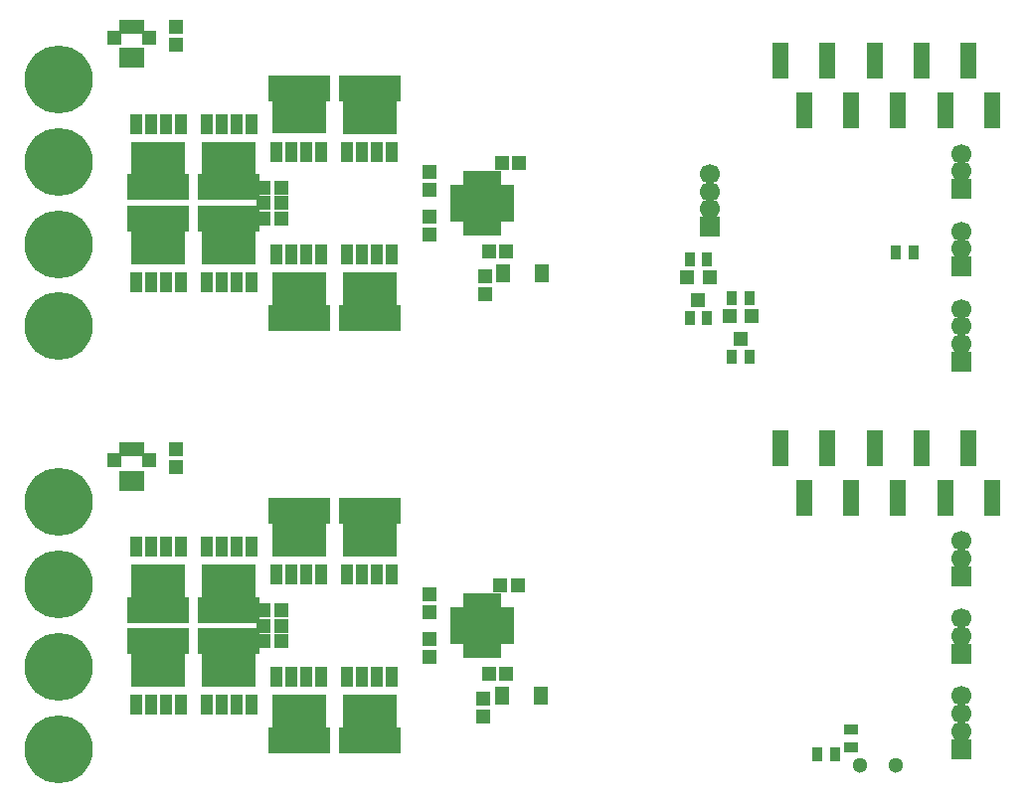
<source format=gbr>
G04 #@! TF.FileFunction,Soldermask,Top*
%FSLAX46Y46*%
G04 Gerber Fmt 4.6, Leading zero omitted, Abs format (unit mm)*
G04 Created by KiCad (PCBNEW 4.0.6) date 04/07/17 01:17:18*
%MOMM*%
%LPD*%
G01*
G04 APERTURE LIST*
%ADD10C,0.100000*%
%ADD11R,0.700000X1.350000*%
%ADD12R,1.350000X0.700000*%
%ADD13R,1.750000X1.750000*%
%ADD14C,1.700000*%
%ADD15R,1.700000X1.700000*%
%ADD16R,1.400000X3.150000*%
%ADD17R,0.900000X1.300000*%
%ADD18R,1.300000X0.900000*%
%ADD19C,1.300000*%
%ADD20R,1.200000X1.150000*%
%ADD21R,1.150000X1.200000*%
%ADD22R,1.300000X1.600000*%
%ADD23R,4.600000X3.500000*%
%ADD24R,5.226000X2.180000*%
%ADD25R,1.000000X1.800000*%
%ADD26C,5.800000*%
%ADD27C,1.000000*%
%ADD28R,0.800000X1.670000*%
%ADD29R,1.250000X0.700000*%
%ADD30R,0.700000X1.250000*%
%ADD31R,1.200000X1.300000*%
G04 APERTURE END LIST*
D10*
D11*
X149350000Y-110050000D03*
X149850000Y-110050000D03*
X150350000Y-110050000D03*
X150850000Y-110050000D03*
X151350000Y-110050000D03*
X151850000Y-110050000D03*
D12*
X152650000Y-109250000D03*
X152650000Y-108750000D03*
X152650000Y-108250000D03*
X152650000Y-107750000D03*
X152650000Y-107250000D03*
X152650000Y-106750000D03*
D11*
X151850000Y-105950000D03*
X151350000Y-105950000D03*
X150850000Y-105950000D03*
X150350000Y-105950000D03*
X149850000Y-105950000D03*
X149350000Y-105950000D03*
D12*
X148550000Y-106750000D03*
X148550000Y-107250000D03*
X148550000Y-107750000D03*
X148550000Y-108250000D03*
X148550000Y-108750000D03*
X148550000Y-109250000D03*
D13*
X151275000Y-107325000D03*
X149925000Y-107325000D03*
X151275000Y-108675000D03*
X149925000Y-108675000D03*
D14*
X191400000Y-115500000D03*
X191400000Y-117000000D03*
D15*
X191400000Y-118500000D03*
D14*
X191400000Y-114000000D03*
D16*
X178000000Y-97125000D03*
X182000000Y-97125000D03*
X186000000Y-97125000D03*
X190000000Y-97125000D03*
X194000000Y-97125000D03*
X176000000Y-92875000D03*
X180000000Y-92875000D03*
X184000000Y-92875000D03*
X188000000Y-92875000D03*
X192000000Y-92875000D03*
D14*
X191400000Y-107400000D03*
X191400000Y-108900000D03*
D15*
X191400000Y-110400000D03*
D14*
X191400000Y-100800000D03*
X191400000Y-102300000D03*
D15*
X191400000Y-103800000D03*
D14*
X191400000Y-82500000D03*
X191400000Y-84000000D03*
D15*
X191400000Y-85500000D03*
D14*
X191400000Y-81000000D03*
X191400000Y-74400000D03*
X191400000Y-75900000D03*
D15*
X191400000Y-77400000D03*
D14*
X191400000Y-67800000D03*
X191400000Y-69300000D03*
D15*
X191400000Y-70800000D03*
D17*
X173350000Y-85100000D03*
X171850000Y-85100000D03*
X169750000Y-81800000D03*
X168250000Y-81800000D03*
X169750000Y-76800000D03*
X168250000Y-76800000D03*
X173350000Y-80100000D03*
X171850000Y-80100000D03*
X187300000Y-76200000D03*
X185800000Y-76200000D03*
X179150000Y-119000000D03*
X180650000Y-119000000D03*
D18*
X182000000Y-118350000D03*
X182000000Y-116850000D03*
D19*
X185800000Y-119930000D03*
X182800000Y-119930000D03*
D20*
X153750000Y-68600000D03*
X152250000Y-68600000D03*
D21*
X150800000Y-78250000D03*
X150800000Y-79750000D03*
D20*
X152650000Y-76100000D03*
X151150000Y-76100000D03*
D21*
X146100000Y-73150000D03*
X146100000Y-74650000D03*
X146100000Y-70850000D03*
X146100000Y-69350000D03*
X124500000Y-57000000D03*
X124500000Y-58500000D03*
D20*
X153600000Y-104600000D03*
X152100000Y-104600000D03*
D21*
X150700000Y-114250000D03*
X150700000Y-115750000D03*
D20*
X152650000Y-112100000D03*
X151150000Y-112100000D03*
D21*
X146100000Y-109150000D03*
X146100000Y-110650000D03*
X146100000Y-106850000D03*
X146100000Y-105350000D03*
X124500000Y-93000000D03*
X124500000Y-94500000D03*
D22*
X152350000Y-78000000D03*
X155650000Y-78000000D03*
X152250000Y-114000000D03*
X155550000Y-114000000D03*
D23*
X129000000Y-68500000D03*
D24*
X129000000Y-70660000D03*
D25*
X130905000Y-65250000D03*
X129635000Y-65250000D03*
X128365000Y-65250000D03*
X127095000Y-65250000D03*
D23*
X141000000Y-64400000D03*
D24*
X141000000Y-62240000D03*
D25*
X139095000Y-67650000D03*
X140365000Y-67650000D03*
X141635000Y-67650000D03*
X142905000Y-67650000D03*
D23*
X129000000Y-75500000D03*
D24*
X129000000Y-73340000D03*
D25*
X127095000Y-78750000D03*
X128365000Y-78750000D03*
X129635000Y-78750000D03*
X130905000Y-78750000D03*
D23*
X141000000Y-79600000D03*
D24*
X141000000Y-81760000D03*
D25*
X142905000Y-76350000D03*
X141635000Y-76350000D03*
X140365000Y-76350000D03*
X139095000Y-76350000D03*
D23*
X123000000Y-104500000D03*
D24*
X123000000Y-106660000D03*
D25*
X124905000Y-101250000D03*
X123635000Y-101250000D03*
X122365000Y-101250000D03*
X121095000Y-101250000D03*
D23*
X135000000Y-100400000D03*
D24*
X135000000Y-98240000D03*
D25*
X133095000Y-103650000D03*
X134365000Y-103650000D03*
X135635000Y-103650000D03*
X136905000Y-103650000D03*
D23*
X129000000Y-111500000D03*
D24*
X129000000Y-109340000D03*
D25*
X127095000Y-114750000D03*
X128365000Y-114750000D03*
X129635000Y-114750000D03*
X130905000Y-114750000D03*
D23*
X135000000Y-115600000D03*
D24*
X135000000Y-117760000D03*
D25*
X136905000Y-112350000D03*
X135635000Y-112350000D03*
X134365000Y-112350000D03*
X133095000Y-112350000D03*
D11*
X149350000Y-74050000D03*
X149850000Y-74050000D03*
X150350000Y-74050000D03*
X150850000Y-74050000D03*
X151350000Y-74050000D03*
X151850000Y-74050000D03*
D12*
X152650000Y-73250000D03*
X152650000Y-72750000D03*
X152650000Y-72250000D03*
X152650000Y-71750000D03*
X152650000Y-71250000D03*
X152650000Y-70750000D03*
D11*
X151850000Y-69950000D03*
X151350000Y-69950000D03*
X150850000Y-69950000D03*
X150350000Y-69950000D03*
X149850000Y-69950000D03*
X149350000Y-69950000D03*
D12*
X148550000Y-70750000D03*
X148550000Y-71250000D03*
X148550000Y-71750000D03*
X148550000Y-72250000D03*
X148550000Y-72750000D03*
X148550000Y-73250000D03*
D13*
X151275000Y-71325000D03*
X149925000Y-71325000D03*
X151275000Y-72675000D03*
X149925000Y-72675000D03*
D23*
X135000000Y-64350000D03*
D24*
X135000000Y-62240000D03*
D25*
X133095000Y-67650000D03*
X134365000Y-67650000D03*
X135635000Y-67650000D03*
X136905000Y-67650000D03*
D23*
X123000000Y-68500000D03*
D24*
X123000000Y-70660000D03*
D25*
X124905000Y-65250000D03*
X123635000Y-65250000D03*
X122365000Y-65250000D03*
X121095000Y-65250000D03*
D23*
X135000000Y-79600000D03*
D24*
X135000000Y-81760000D03*
D25*
X136905000Y-76350000D03*
X135635000Y-76350000D03*
X134365000Y-76350000D03*
X133095000Y-76350000D03*
D23*
X123000000Y-75500000D03*
D24*
X123000000Y-73340000D03*
D25*
X121095000Y-78750000D03*
X122365000Y-78750000D03*
X123635000Y-78750000D03*
X124905000Y-78750000D03*
D23*
X141000000Y-100400000D03*
D24*
X141000000Y-98240000D03*
D25*
X139095000Y-103650000D03*
X140365000Y-103650000D03*
X141635000Y-103650000D03*
X142905000Y-103650000D03*
D23*
X129000000Y-104500000D03*
D24*
X129000000Y-106660000D03*
D25*
X130905000Y-101250000D03*
X129635000Y-101250000D03*
X128365000Y-101250000D03*
X127095000Y-101250000D03*
D23*
X141000000Y-115600000D03*
D24*
X141000000Y-117760000D03*
D25*
X142905000Y-112350000D03*
X141635000Y-112350000D03*
X140365000Y-112350000D03*
X139095000Y-112350000D03*
D23*
X123000000Y-111500000D03*
D24*
X123000000Y-109340000D03*
D25*
X121095000Y-114750000D03*
X122365000Y-114750000D03*
X123635000Y-114750000D03*
X124905000Y-114750000D03*
D26*
X114500000Y-68500000D03*
D27*
X114500000Y-66475000D03*
X115931891Y-67068109D03*
X116525000Y-68500000D03*
X115931891Y-69931891D03*
X114500000Y-70525000D03*
X113068109Y-69931891D03*
X112475000Y-68500000D03*
X113068109Y-67068109D03*
D26*
X114500000Y-75500000D03*
D27*
X114500000Y-73475000D03*
X115931891Y-74068109D03*
X116525000Y-75500000D03*
X115931891Y-76931891D03*
X114500000Y-77525000D03*
X113068109Y-76931891D03*
X112475000Y-75500000D03*
X113068109Y-74068109D03*
D26*
X114500000Y-82500000D03*
D27*
X114500000Y-80475000D03*
X115931891Y-81068109D03*
X116525000Y-82500000D03*
X115931891Y-83931891D03*
X114500000Y-84525000D03*
X113068109Y-83931891D03*
X112475000Y-82500000D03*
X113068109Y-81068109D03*
D26*
X114500000Y-61500000D03*
D27*
X114500000Y-59475000D03*
X115931891Y-60068109D03*
X116525000Y-61500000D03*
X115931891Y-62931891D03*
X114500000Y-63525000D03*
X113068109Y-62931891D03*
X112475000Y-61500000D03*
X113068109Y-60068109D03*
D26*
X114500000Y-104500000D03*
D27*
X114500000Y-102475000D03*
X115931891Y-103068109D03*
X116525000Y-104500000D03*
X115931891Y-105931891D03*
X114500000Y-106525000D03*
X113068109Y-105931891D03*
X112475000Y-104500000D03*
X113068109Y-103068109D03*
D26*
X114500000Y-111500000D03*
D27*
X114500000Y-109475000D03*
X115931891Y-110068109D03*
X116525000Y-111500000D03*
X115931891Y-112931891D03*
X114500000Y-113525000D03*
X113068109Y-112931891D03*
X112475000Y-111500000D03*
X113068109Y-110068109D03*
D26*
X114500000Y-118500000D03*
D27*
X114500000Y-116475000D03*
X115931891Y-117068109D03*
X116525000Y-118500000D03*
X115931891Y-119931891D03*
X114500000Y-120525000D03*
X113068109Y-119931891D03*
X112475000Y-118500000D03*
X113068109Y-117068109D03*
D26*
X114500000Y-97500000D03*
D27*
X114500000Y-95475000D03*
X115931891Y-96068109D03*
X116525000Y-97500000D03*
X115931891Y-98931891D03*
X114500000Y-99525000D03*
X113068109Y-98931891D03*
X112475000Y-97500000D03*
X113068109Y-96068109D03*
D28*
X120050000Y-59650000D03*
X120450000Y-59650000D03*
X121050000Y-59650000D03*
X121450000Y-59650000D03*
D29*
X122200000Y-58150000D03*
X122200000Y-57650000D03*
D30*
X121500000Y-56950000D03*
X121000000Y-56950000D03*
X120500000Y-56950000D03*
X120000000Y-56950000D03*
D29*
X119300000Y-57650000D03*
X119300000Y-58150000D03*
D28*
X120050000Y-95650000D03*
X120450000Y-95650000D03*
X121050000Y-95650000D03*
X121450000Y-95650000D03*
D29*
X122200000Y-94150000D03*
X122200000Y-93650000D03*
D30*
X121500000Y-92950000D03*
X121000000Y-92950000D03*
X120500000Y-92950000D03*
X120000000Y-92950000D03*
D29*
X119300000Y-93650000D03*
X119300000Y-94150000D03*
D16*
X178000000Y-64125000D03*
X182000000Y-64125000D03*
X186000000Y-64125000D03*
X190000000Y-64125000D03*
X194000000Y-64125000D03*
X176000000Y-59875000D03*
X180000000Y-59875000D03*
X184000000Y-59875000D03*
X188000000Y-59875000D03*
X192000000Y-59875000D03*
D20*
X131950000Y-109300000D03*
X133450000Y-109300000D03*
X131950000Y-108000000D03*
X133450000Y-108000000D03*
X131950000Y-106700000D03*
X133450000Y-106700000D03*
X131950000Y-73300000D03*
X133450000Y-73300000D03*
X131950000Y-72000000D03*
X133450000Y-72000000D03*
X131950000Y-70700000D03*
X133450000Y-70700000D03*
D14*
X170000000Y-69500000D03*
X170000000Y-71000000D03*
X170000000Y-72500000D03*
D15*
X170000000Y-74000000D03*
D31*
X173550000Y-81600000D03*
X171650000Y-81600000D03*
X172600000Y-83600000D03*
X169950000Y-78300000D03*
X168050000Y-78300000D03*
X169000000Y-80300000D03*
M02*

</source>
